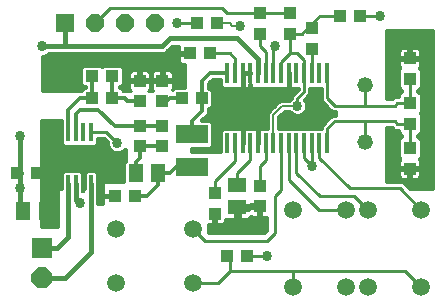
<source format=gtl>
G75*
G70*
%OFA0B0*%
%FSLAX24Y24*%
%IPPOS*%
%LPD*%
%AMOC8*
5,1,8,0,0,1.08239X$1,22.5*
%
%ADD10R,0.0165X0.0701*%
%ADD11R,0.0394X0.0433*%
%ADD12R,0.0433X0.0394*%
%ADD13R,0.0591X0.0512*%
%ADD14R,0.1063X0.0630*%
%ADD15C,0.0520*%
%ADD16R,0.0157X0.0630*%
%ADD17R,0.0744X0.0618*%
%ADD18R,0.0512X0.0591*%
%ADD19R,0.0594X0.0594*%
%ADD20OC8,0.0594*%
%ADD21C,0.0594*%
%ADD22R,0.0700X0.0700*%
%ADD23OC8,0.0700*%
%ADD24C,0.0160*%
%ADD25C,0.0340*%
%ADD26C,0.0100*%
%ADD27C,0.0591*%
%ADD28C,0.0240*%
%ADD29C,0.0080*%
%ADD30C,0.0120*%
D10*
X008213Y005500D03*
X008469Y005500D03*
X008725Y005500D03*
X008981Y005500D03*
X009237Y005500D03*
X009493Y005500D03*
X009749Y005500D03*
X010005Y005500D03*
X010260Y005500D03*
X010516Y005500D03*
X010772Y005500D03*
X011028Y005500D03*
X011284Y005500D03*
X011540Y005500D03*
X011540Y007839D03*
X011284Y007839D03*
X011028Y007839D03*
X010772Y007839D03*
X010516Y007839D03*
X010260Y007839D03*
X010005Y007839D03*
X009749Y007839D03*
X009493Y007839D03*
X009237Y007839D03*
X008981Y007839D03*
X008725Y007839D03*
X008469Y007839D03*
X008213Y007839D03*
D11*
X009290Y009165D03*
X009290Y009835D03*
X010290Y009835D03*
X010290Y009165D03*
X011040Y009335D03*
X011040Y008665D03*
X014290Y008335D03*
X014290Y007665D03*
X014290Y006835D03*
X014290Y006165D03*
X014290Y005335D03*
X014290Y004665D03*
X009290Y004085D03*
X009290Y003415D03*
X007790Y003165D03*
X007790Y003835D03*
X006040Y005415D03*
X006040Y006085D03*
X005290Y006085D03*
X005290Y005415D03*
X005290Y006915D03*
X005290Y007585D03*
X006040Y007585D03*
X006040Y006915D03*
D12*
X006705Y007000D03*
X007375Y007000D03*
X007625Y008500D03*
X006955Y008500D03*
X007205Y009500D03*
X007875Y009500D03*
X004375Y007750D03*
X003705Y007750D03*
X003705Y007000D03*
X004375Y007000D03*
X001875Y004500D03*
X001205Y004500D03*
X004455Y003750D03*
X005125Y003750D03*
X008205Y001750D03*
X008875Y001750D03*
X011955Y009750D03*
X012625Y009750D03*
D13*
X008540Y004124D03*
X008540Y003376D03*
D14*
X007040Y004699D03*
X007040Y005801D03*
D15*
X012790Y005550D03*
X012790Y007450D03*
D16*
X003674Y005866D03*
X003418Y005866D03*
X003162Y005866D03*
X002906Y005866D03*
X002906Y004134D03*
X003162Y004134D03*
X003418Y004134D03*
X003674Y004134D03*
D17*
X003290Y005000D03*
D18*
X005166Y004500D03*
X005914Y004500D03*
X002164Y003250D03*
X001416Y003250D03*
D19*
X002790Y009500D03*
D20*
X003790Y009500D03*
X004790Y009500D03*
X005790Y009500D03*
D21*
X010404Y003280D03*
X012176Y003280D03*
X012904Y003280D03*
X014676Y003280D03*
X014676Y000720D03*
X012904Y000720D03*
X012176Y000720D03*
X010404Y000720D03*
X007070Y000864D03*
X007070Y002636D03*
X004510Y002636D03*
X004510Y000864D03*
D22*
X002040Y002000D03*
D23*
X002040Y001000D03*
D24*
X002790Y001000D01*
X003674Y001884D01*
X003674Y004134D01*
X003913Y004185D02*
X003913Y004515D01*
X003819Y004609D01*
X003529Y004609D01*
X003435Y004515D01*
X003435Y004185D01*
X003434Y004182D01*
X003434Y004000D01*
X003402Y004000D01*
X003402Y004182D01*
X003401Y004185D01*
X003401Y004515D01*
X003307Y004609D01*
X002761Y004609D01*
X002667Y004515D01*
X002667Y004185D01*
X002666Y004182D01*
X002666Y004000D01*
X002540Y004000D01*
X002540Y002750D01*
X002040Y002750D01*
X002040Y006250D01*
X002670Y006250D01*
X002667Y006247D01*
X002667Y005485D01*
X002761Y005391D01*
X003819Y005391D01*
X003913Y005485D01*
X003913Y005656D01*
X004087Y005656D01*
X004210Y005533D01*
X004210Y005434D01*
X004260Y005313D01*
X004353Y005220D01*
X004474Y005170D01*
X004606Y005170D01*
X004727Y005220D01*
X004790Y005283D01*
X004790Y004901D01*
X004750Y004862D01*
X004750Y004250D01*
X004040Y004250D01*
X004040Y003500D01*
X003914Y003500D01*
X003914Y004182D01*
X003913Y004185D01*
X003913Y004213D02*
X004040Y004213D01*
X004040Y004054D02*
X003914Y004054D01*
X003914Y003896D02*
X004040Y003896D01*
X004040Y003750D02*
X004040Y004500D01*
X003898Y004530D02*
X004750Y004530D01*
X004750Y004688D02*
X002040Y004688D01*
X002040Y004530D02*
X002682Y004530D01*
X002667Y004371D02*
X002040Y004371D01*
X002040Y004213D02*
X002667Y004213D01*
X002666Y004054D02*
X002040Y004054D01*
X002040Y003896D02*
X002540Y003896D01*
X002540Y003737D02*
X002040Y003737D01*
X002040Y003579D02*
X002540Y003579D01*
X002540Y003420D02*
X002040Y003420D01*
X002040Y003262D02*
X002540Y003262D01*
X002540Y003103D02*
X002040Y003103D01*
X002040Y002945D02*
X002540Y002945D01*
X002540Y002786D02*
X002040Y002786D01*
X001290Y003250D02*
X001290Y004000D01*
X001290Y004500D01*
X001290Y005750D01*
X002040Y005798D02*
X002667Y005798D01*
X002667Y005956D02*
X002040Y005956D01*
X002040Y006115D02*
X002667Y006115D01*
X002667Y005639D02*
X002040Y005639D01*
X002040Y005481D02*
X002672Y005481D01*
X002040Y005322D02*
X004257Y005322D01*
X004210Y005481D02*
X003908Y005481D01*
X003913Y005639D02*
X004104Y005639D01*
X004790Y005164D02*
X002040Y005164D01*
X002040Y005005D02*
X004790Y005005D01*
X004750Y004847D02*
X002040Y004847D01*
X002906Y004134D02*
X002906Y002366D01*
X002540Y002000D01*
X002040Y002000D01*
X003290Y003500D02*
X003162Y003628D01*
X003162Y004134D01*
X003401Y004213D02*
X003435Y004213D01*
X003435Y004371D02*
X003401Y004371D01*
X003386Y004530D02*
X003450Y004530D01*
X003434Y004054D02*
X003402Y004054D01*
X003913Y004371D02*
X004750Y004371D01*
X004540Y004250D02*
X004540Y004500D01*
X004455Y003750D02*
X004040Y003750D01*
X004040Y003737D02*
X003914Y003737D01*
X003914Y003579D02*
X004040Y003579D01*
X007040Y005250D02*
X007040Y005326D01*
X007638Y005326D01*
X007731Y005420D01*
X007731Y006182D01*
X007638Y006276D01*
X007377Y006276D01*
X007466Y006365D01*
X007595Y006494D01*
X007595Y006643D01*
X007657Y006643D01*
X007751Y006737D01*
X007751Y007263D01*
X007657Y007357D01*
X007595Y007357D01*
X007595Y007494D01*
X007720Y007619D01*
X007971Y007619D01*
X007971Y007422D01*
X008064Y007328D01*
X008559Y007328D01*
X008573Y007320D01*
X008619Y007308D01*
X008725Y007308D01*
X008725Y007439D01*
X008725Y007308D01*
X008831Y007308D01*
X008853Y007314D01*
X008875Y007308D01*
X008981Y007308D01*
X009087Y007308D01*
X009133Y007320D01*
X009146Y007328D01*
X010095Y007328D01*
X010108Y007320D01*
X010154Y007308D01*
X010260Y007308D01*
X010260Y007839D01*
X010260Y007839D01*
X010260Y007308D01*
X010367Y007308D01*
X010413Y007320D01*
X010426Y007328D01*
X010562Y007328D01*
X010562Y007319D01*
X010453Y007210D01*
X010330Y007087D01*
X010330Y007007D01*
X010273Y006950D01*
X009957Y006950D01*
X009840Y006833D01*
X009549Y006542D01*
X009549Y006376D01*
X009549Y006010D01*
X009402Y006010D01*
X009389Y006018D01*
X009343Y006030D01*
X009237Y006030D01*
X009237Y005500D01*
X009237Y005500D01*
X009237Y006030D01*
X009130Y006030D01*
X009085Y006018D01*
X009071Y006010D01*
X008891Y006010D01*
X008877Y006018D01*
X008831Y006030D01*
X008725Y006030D01*
X008619Y006030D01*
X008573Y006018D01*
X008559Y006010D01*
X008064Y006010D01*
X007971Y005917D01*
X007971Y005250D01*
X007040Y005250D01*
X007040Y005322D02*
X007971Y005322D01*
X007971Y005481D02*
X007731Y005481D01*
X007731Y005639D02*
X007971Y005639D01*
X007971Y005798D02*
X007731Y005798D01*
X007731Y005956D02*
X008010Y005956D01*
X007731Y006115D02*
X009549Y006115D01*
X009549Y006273D02*
X007641Y006273D01*
X007533Y006432D02*
X009549Y006432D01*
X009597Y006590D02*
X007595Y006590D01*
X007751Y006749D02*
X009756Y006749D01*
X009914Y006907D02*
X007751Y006907D01*
X007751Y007066D02*
X010330Y007066D01*
X010467Y007224D02*
X007751Y007224D01*
X007595Y007383D02*
X008010Y007383D01*
X007971Y007541D02*
X007642Y007541D01*
X008540Y007000D02*
X008725Y007000D01*
X008725Y007839D01*
X008981Y007839D01*
X008981Y007839D01*
X008725Y007839D01*
X008725Y007839D01*
X008725Y007439D02*
X008725Y007439D01*
X008725Y007383D02*
X008725Y007383D01*
X008981Y007383D02*
X008981Y007383D01*
X008981Y007439D02*
X008981Y007439D01*
X008981Y007308D01*
X008981Y007439D01*
X009237Y007839D02*
X009237Y008303D01*
X008540Y009000D01*
X006290Y009000D01*
X006040Y008750D01*
X002790Y008750D01*
X002790Y009500D01*
X002790Y008750D02*
X002040Y008750D01*
X007772Y003147D02*
X007772Y002769D01*
X007596Y002769D01*
X007606Y002743D01*
X007606Y002540D01*
X009420Y002540D01*
X009500Y002620D01*
X009500Y003019D01*
X009308Y003019D01*
X009308Y003397D01*
X009272Y003397D01*
X009272Y003019D01*
X009069Y003019D01*
X009024Y003031D01*
X009000Y003045D01*
X008979Y003010D01*
X008946Y002976D01*
X008905Y002952D01*
X008859Y002940D01*
X008588Y002940D01*
X008588Y003328D01*
X008913Y003328D01*
X008913Y003397D01*
X009272Y003397D01*
X009272Y003434D01*
X009015Y003434D01*
X009015Y003424D01*
X008588Y003424D01*
X008588Y003328D01*
X008492Y003328D01*
X008492Y002940D01*
X008221Y002940D01*
X008175Y002952D01*
X008167Y002957D01*
X008167Y002925D01*
X008155Y002879D01*
X008131Y002838D01*
X008097Y002805D01*
X008056Y002781D01*
X008011Y002769D01*
X007808Y002769D01*
X007808Y003147D01*
X007772Y003147D01*
X007772Y003103D02*
X007808Y003103D01*
X007808Y002945D02*
X007772Y002945D01*
X007772Y002786D02*
X007808Y002786D01*
X007606Y002628D02*
X009500Y002628D01*
X009500Y002786D02*
X008065Y002786D01*
X008167Y002945D02*
X008205Y002945D01*
X008492Y002945D02*
X008588Y002945D01*
X008588Y003103D02*
X008492Y003103D01*
X008492Y003262D02*
X008588Y003262D01*
X008588Y003420D02*
X009272Y003420D01*
X009272Y003262D02*
X009308Y003262D01*
X009308Y003103D02*
X009272Y003103D01*
X009500Y002945D02*
X008875Y002945D01*
X008725Y005500D02*
X008725Y005500D01*
X008725Y006030D01*
X008725Y005500D01*
X008725Y005639D02*
X008725Y005639D01*
X008725Y005798D02*
X008725Y005798D01*
X008725Y005956D02*
X008725Y005956D01*
X009237Y005956D02*
X009237Y005956D01*
X009237Y005798D02*
X009237Y005798D01*
X009237Y005639D02*
X009237Y005639D01*
X009949Y006010D02*
X009949Y006376D01*
X010123Y006550D01*
X010273Y006550D01*
X010353Y006470D01*
X010474Y006420D01*
X010606Y006420D01*
X010727Y006470D01*
X010820Y006563D01*
X010870Y006684D01*
X010870Y006816D01*
X010820Y006937D01*
X010797Y006960D01*
X010982Y007145D01*
X010982Y007328D01*
X011330Y007328D01*
X011330Y006913D01*
X011580Y006663D01*
X011703Y006540D01*
X011790Y006540D01*
X011790Y006460D01*
X011703Y006460D01*
X011580Y006337D01*
X011330Y006087D01*
X011330Y006010D01*
X009949Y006010D01*
X009949Y006115D02*
X011358Y006115D01*
X011516Y006273D02*
X009949Y006273D01*
X010004Y006432D02*
X010447Y006432D01*
X010633Y006432D02*
X011675Y006432D01*
X011653Y006590D02*
X010831Y006590D01*
X010870Y006749D02*
X011495Y006749D01*
X011336Y006907D02*
X010832Y006907D01*
X010902Y007066D02*
X011330Y007066D01*
X011330Y007224D02*
X010982Y007224D01*
X010260Y007383D02*
X010260Y007383D01*
X010260Y007541D02*
X010260Y007541D01*
X010260Y007700D02*
X010260Y007700D01*
X013540Y007700D02*
X013893Y007700D01*
X013893Y007858D02*
X013540Y007858D01*
X013540Y008017D02*
X013944Y008017D01*
X013944Y008016D02*
X013893Y007965D01*
X013893Y007366D01*
X014009Y007250D01*
X013893Y007134D01*
X013893Y007085D01*
X013825Y007085D01*
X013733Y007047D01*
X013686Y007000D01*
X013540Y007000D01*
X013540Y009250D01*
X015050Y009250D01*
X015050Y004000D01*
X014309Y004000D01*
X014167Y004142D01*
X014097Y004212D01*
X014005Y004250D01*
X013540Y004250D01*
X013540Y006000D01*
X013686Y006000D01*
X013733Y005953D01*
X013825Y005915D01*
X013893Y005915D01*
X013893Y005866D01*
X014009Y005750D01*
X013893Y005634D01*
X013893Y005035D01*
X013944Y004984D01*
X013925Y004951D01*
X013913Y004906D01*
X013913Y004684D01*
X014272Y004684D01*
X014272Y004647D01*
X014308Y004647D01*
X014308Y004269D01*
X014511Y004269D01*
X014556Y004281D01*
X014597Y004305D01*
X014631Y004338D01*
X014655Y004379D01*
X014667Y004425D01*
X014667Y004647D01*
X014308Y004647D01*
X014308Y004684D01*
X014667Y004684D01*
X014667Y004906D01*
X014655Y004951D01*
X014636Y004984D01*
X014687Y005035D01*
X014687Y005634D01*
X014571Y005750D01*
X014687Y005866D01*
X014687Y006465D01*
X014652Y006500D01*
X014687Y006535D01*
X014687Y007134D01*
X014571Y007250D01*
X014687Y007366D01*
X014687Y007965D01*
X014636Y008016D01*
X014655Y008049D01*
X014667Y008094D01*
X014667Y008316D01*
X014308Y008316D01*
X014308Y008353D01*
X014272Y008353D01*
X014272Y008731D01*
X014069Y008731D01*
X014024Y008719D01*
X013983Y008695D01*
X013949Y008662D01*
X013925Y008621D01*
X013913Y008575D01*
X013913Y008353D01*
X014272Y008353D01*
X014272Y008316D01*
X013913Y008316D01*
X013913Y008094D01*
X013925Y008049D01*
X013944Y008016D01*
X013913Y008175D02*
X013540Y008175D01*
X013540Y008334D02*
X014272Y008334D01*
X014308Y008334D02*
X015050Y008334D01*
X015050Y008492D02*
X014667Y008492D01*
X014667Y008575D02*
X014667Y008353D01*
X014308Y008353D01*
X014308Y008731D01*
X014511Y008731D01*
X014556Y008719D01*
X014597Y008695D01*
X014631Y008662D01*
X014655Y008621D01*
X014667Y008575D01*
X014637Y008651D02*
X015050Y008651D01*
X015050Y008809D02*
X013540Y008809D01*
X013540Y008651D02*
X013943Y008651D01*
X013913Y008492D02*
X013540Y008492D01*
X013540Y008968D02*
X015050Y008968D01*
X015050Y009126D02*
X013540Y009126D01*
X014272Y008651D02*
X014308Y008651D01*
X014308Y008492D02*
X014272Y008492D01*
X014667Y008175D02*
X015050Y008175D01*
X015050Y008017D02*
X014636Y008017D01*
X014687Y007858D02*
X015050Y007858D01*
X015050Y007700D02*
X014687Y007700D01*
X014687Y007541D02*
X015050Y007541D01*
X015050Y007383D02*
X014687Y007383D01*
X014597Y007224D02*
X015050Y007224D01*
X015050Y007066D02*
X014687Y007066D01*
X014687Y006907D02*
X015050Y006907D01*
X015050Y006749D02*
X014687Y006749D01*
X014687Y006590D02*
X015050Y006590D01*
X015050Y006432D02*
X014687Y006432D01*
X014687Y006273D02*
X015050Y006273D01*
X015050Y006115D02*
X014687Y006115D01*
X014687Y005956D02*
X015050Y005956D01*
X015050Y005798D02*
X014618Y005798D01*
X014682Y005639D02*
X015050Y005639D01*
X015050Y005481D02*
X014687Y005481D01*
X014687Y005322D02*
X015050Y005322D01*
X015050Y005164D02*
X014687Y005164D01*
X014657Y005005D02*
X015050Y005005D01*
X015050Y004847D02*
X014667Y004847D01*
X014667Y004688D02*
X015050Y004688D01*
X015050Y004530D02*
X014667Y004530D01*
X014650Y004371D02*
X015050Y004371D01*
X015050Y004213D02*
X014096Y004213D01*
X014069Y004269D02*
X014272Y004269D01*
X014272Y004647D01*
X013913Y004647D01*
X013913Y004425D01*
X013925Y004379D01*
X013949Y004338D01*
X013983Y004305D01*
X014024Y004281D01*
X014069Y004269D01*
X014167Y004142D02*
X014167Y004142D01*
X014255Y004054D02*
X015050Y004054D01*
X014308Y004371D02*
X014272Y004371D01*
X014272Y004530D02*
X014308Y004530D01*
X013913Y004530D02*
X013540Y004530D01*
X013540Y004688D02*
X013913Y004688D01*
X013913Y004847D02*
X013540Y004847D01*
X013540Y005005D02*
X013923Y005005D01*
X013893Y005164D02*
X013540Y005164D01*
X013540Y005322D02*
X013893Y005322D01*
X013893Y005481D02*
X013540Y005481D01*
X013540Y005639D02*
X013898Y005639D01*
X013962Y005798D02*
X013540Y005798D01*
X013540Y005956D02*
X013730Y005956D01*
X013779Y007066D02*
X013540Y007066D01*
X013540Y007224D02*
X013983Y007224D01*
X013893Y007383D02*
X013540Y007383D01*
X013540Y007541D02*
X013893Y007541D01*
X013930Y004371D02*
X013540Y004371D01*
D25*
X013790Y004500D03*
X014790Y004500D03*
X014790Y005750D03*
X014790Y007250D03*
X014790Y008750D03*
X013790Y008750D03*
X013290Y009750D03*
X011040Y007000D03*
X010540Y006750D03*
X010290Y006250D03*
X009290Y006250D03*
X009290Y007000D03*
X008540Y007000D03*
X008540Y006250D03*
X009790Y008750D03*
X008625Y009415D03*
X006540Y009500D03*
X006290Y008500D03*
X004790Y008250D03*
X003540Y008250D03*
X002540Y007500D03*
X002040Y008750D03*
X001290Y005750D03*
X002540Y005500D03*
X002540Y005000D03*
X002540Y004500D03*
X003290Y003500D03*
X004040Y004500D03*
X004040Y005000D03*
X004040Y005500D03*
X004540Y005500D03*
X001290Y004000D03*
X008290Y002750D03*
X008790Y002750D03*
X009290Y002750D03*
X009540Y001750D03*
X011040Y004750D03*
X011540Y006500D03*
D26*
X011790Y006750D02*
X011540Y007000D01*
X011540Y007839D01*
X011028Y007839D02*
X011028Y008665D01*
X011040Y008665D01*
X010772Y008268D02*
X010540Y008500D01*
X010290Y008500D01*
X010290Y009165D01*
X010705Y009165D01*
X010875Y009335D01*
X011040Y009335D01*
X011040Y009500D01*
X011290Y009750D01*
X011955Y009750D01*
X012625Y009750D02*
X013290Y009750D01*
X014290Y007665D02*
X014290Y006835D01*
X013875Y006835D01*
X013790Y006750D01*
X012790Y006750D01*
X012790Y007450D01*
X012790Y006750D02*
X011790Y006750D01*
X011790Y006250D02*
X012790Y006250D01*
X013790Y006250D01*
X013875Y006165D01*
X014290Y006165D01*
X014290Y005335D01*
X013955Y004000D02*
X012290Y004000D01*
X011284Y005006D01*
X011284Y005500D01*
X011028Y005500D02*
X011028Y004762D01*
X011040Y004750D01*
X011028Y004762D02*
X010772Y005018D01*
X010772Y005500D01*
X010516Y005500D02*
X010516Y004524D01*
X011290Y003750D01*
X012434Y003750D01*
X012904Y003280D01*
X012176Y003280D02*
X011260Y003280D01*
X010260Y004280D01*
X010260Y005500D01*
X010005Y005500D02*
X010005Y003965D01*
X009790Y003750D01*
X009790Y002500D01*
X009540Y002250D01*
X007455Y002250D01*
X007070Y002636D01*
X008205Y001750D02*
X008290Y001750D01*
X008290Y001250D01*
X007904Y000864D01*
X007070Y000864D01*
X008290Y001250D02*
X010404Y001250D01*
X010404Y000720D01*
X010404Y001250D02*
X014146Y001250D01*
X014676Y000720D01*
X014676Y003280D02*
X013955Y004000D01*
X012790Y005550D02*
X012790Y006250D01*
X011790Y006250D02*
X011540Y006000D01*
X011540Y005500D01*
X010540Y006750D02*
X010540Y007000D01*
X010772Y007232D01*
X010772Y007839D01*
X010772Y008268D01*
X010290Y008500D02*
X010005Y008215D01*
X010005Y007839D01*
X009749Y007839D02*
X009749Y008709D01*
X009790Y008750D01*
X009493Y008547D02*
X009290Y008750D01*
X009290Y009165D01*
X009493Y008547D02*
X009493Y007839D01*
X008469Y007839D02*
X008469Y008321D01*
X008290Y008500D01*
X007625Y008500D01*
X006790Y008524D02*
X006139Y008524D01*
X006135Y008520D02*
X006365Y008750D01*
X006598Y008750D01*
X006589Y008717D01*
X006589Y008548D01*
X006790Y008548D01*
X006790Y008452D01*
X006589Y008452D01*
X006589Y008283D01*
X006599Y008245D01*
X006619Y008211D01*
X006647Y008183D01*
X006681Y008163D01*
X006719Y008153D01*
X006790Y008153D01*
X006790Y007347D01*
X006427Y007347D01*
X006358Y007278D01*
X006377Y007310D01*
X006387Y007348D01*
X006387Y007536D01*
X006088Y007536D01*
X006088Y007633D01*
X005992Y007633D01*
X005992Y007951D01*
X005823Y007951D01*
X005785Y007941D01*
X005751Y007921D01*
X005723Y007893D01*
X005703Y007859D01*
X005693Y007821D01*
X005693Y007633D01*
X005992Y007633D01*
X005992Y007536D01*
X005693Y007536D01*
X005693Y007348D01*
X005703Y007310D01*
X005723Y007276D01*
X005749Y007250D01*
X005581Y007250D01*
X005607Y007276D01*
X005627Y007310D01*
X005637Y007348D01*
X005637Y007536D01*
X005338Y007536D01*
X005338Y007633D01*
X005242Y007633D01*
X005242Y007951D01*
X005073Y007951D01*
X005035Y007941D01*
X005001Y007921D01*
X004973Y007893D01*
X004953Y007859D01*
X004943Y007821D01*
X004943Y007633D01*
X005242Y007633D01*
X005242Y007536D01*
X004943Y007536D01*
X004943Y007348D01*
X004953Y007310D01*
X004973Y007276D01*
X004999Y007250D01*
X004741Y007250D01*
X004741Y007259D01*
X004653Y007347D01*
X004585Y007347D01*
X004585Y007403D01*
X004653Y007403D01*
X004741Y007491D01*
X004741Y008009D01*
X004653Y008097D01*
X004096Y008097D01*
X004040Y008041D01*
X003984Y008097D01*
X003427Y008097D01*
X003339Y008009D01*
X003339Y007491D01*
X003427Y007403D01*
X003495Y007403D01*
X003495Y007347D01*
X003427Y007347D01*
X003339Y007259D01*
X003339Y007250D01*
X002040Y007250D01*
X002040Y008430D01*
X002104Y008430D01*
X002221Y008479D01*
X002243Y008500D01*
X006040Y008500D01*
X006060Y008520D01*
X006135Y008520D01*
X006238Y008623D02*
X006589Y008623D01*
X006590Y008721D02*
X006336Y008721D01*
X006589Y008426D02*
X002040Y008426D01*
X002040Y008327D02*
X006589Y008327D01*
X006609Y008229D02*
X002040Y008229D01*
X002040Y008130D02*
X006790Y008130D01*
X006790Y008032D02*
X004719Y008032D01*
X004741Y007933D02*
X005022Y007933D01*
X004947Y007835D02*
X004741Y007835D01*
X004741Y007736D02*
X004943Y007736D01*
X004943Y007638D02*
X004741Y007638D01*
X004741Y007539D02*
X005242Y007539D01*
X005338Y007539D02*
X005992Y007539D01*
X006088Y007539D02*
X006790Y007539D01*
X006790Y007441D02*
X006387Y007441D01*
X006385Y007342D02*
X006422Y007342D01*
X006387Y007633D02*
X006088Y007633D01*
X006088Y007951D01*
X006257Y007951D01*
X006295Y007941D01*
X006329Y007921D01*
X006357Y007893D01*
X006377Y007859D01*
X006387Y007821D01*
X006387Y007633D01*
X006387Y007638D02*
X006790Y007638D01*
X006790Y007736D02*
X006387Y007736D01*
X006383Y007835D02*
X006790Y007835D01*
X006790Y007933D02*
X006308Y007933D01*
X006088Y007933D02*
X005992Y007933D01*
X005992Y007835D02*
X006088Y007835D01*
X006088Y007736D02*
X005992Y007736D01*
X005992Y007638D02*
X006088Y007638D01*
X005693Y007638D02*
X005637Y007638D01*
X005637Y007633D02*
X005637Y007821D01*
X005627Y007859D01*
X005607Y007893D01*
X005579Y007921D01*
X005545Y007941D01*
X005507Y007951D01*
X005338Y007951D01*
X005338Y007633D01*
X005637Y007633D01*
X005637Y007736D02*
X005693Y007736D01*
X005697Y007835D02*
X005633Y007835D01*
X005558Y007933D02*
X005772Y007933D01*
X005338Y007933D02*
X005242Y007933D01*
X005242Y007835D02*
X005338Y007835D01*
X005338Y007736D02*
X005242Y007736D01*
X005242Y007638D02*
X005338Y007638D01*
X005637Y007441D02*
X005693Y007441D01*
X005695Y007342D02*
X005635Y007342D01*
X004945Y007342D02*
X004658Y007342D01*
X004691Y007441D02*
X004943Y007441D01*
X003422Y007342D02*
X002040Y007342D01*
X002040Y007441D02*
X003389Y007441D01*
X003339Y007539D02*
X002040Y007539D01*
X002040Y007638D02*
X003339Y007638D01*
X003339Y007736D02*
X002040Y007736D01*
X002040Y007835D02*
X003339Y007835D01*
X003339Y007933D02*
X002040Y007933D01*
X002040Y008032D02*
X003361Y008032D01*
X003790Y009500D02*
X004290Y010000D01*
X008040Y010000D01*
X008205Y009835D01*
X009290Y009835D01*
X010290Y009835D01*
X007205Y009500D02*
X006540Y009500D01*
X004174Y005866D02*
X003674Y005866D01*
X004174Y005866D02*
X004540Y005500D01*
X005125Y004500D02*
X005166Y004500D01*
X007790Y004250D02*
X007790Y003835D01*
X007790Y004250D02*
X008469Y004929D01*
X008469Y005500D01*
X008981Y005500D02*
X008981Y004941D01*
X008540Y004500D01*
X008540Y004124D01*
X009290Y004085D02*
X009290Y004750D01*
X009493Y004953D01*
X009493Y005500D01*
X009540Y001750D02*
X008875Y001750D01*
D27*
X003290Y005000D03*
D28*
X001290Y004500D02*
X001205Y004500D01*
X001290Y003250D02*
X001416Y003250D01*
D29*
X007875Y009500D02*
X008290Y009500D01*
X008375Y009415D01*
X008625Y009415D01*
X010040Y006750D02*
X010540Y006750D01*
X010040Y006750D02*
X009749Y006459D01*
X009749Y005500D01*
D30*
X007375Y006585D02*
X007375Y007000D01*
X007375Y007585D01*
X007629Y007839D01*
X008213Y007839D01*
X007375Y006585D02*
X007040Y006250D01*
X007040Y005801D01*
X006040Y006085D02*
X005290Y006085D01*
X004455Y006085D01*
X003915Y006625D01*
X003290Y006625D01*
X003162Y006497D01*
X003162Y005866D01*
X002906Y005866D02*
X002906Y006616D01*
X003290Y007000D01*
X003705Y007000D01*
X003705Y007750D01*
X004375Y007750D02*
X004375Y007000D01*
X004790Y007000D01*
X004875Y006915D01*
X005290Y006915D01*
X006040Y006915D02*
X006205Y006915D01*
X006290Y007000D01*
X006705Y007000D01*
X006040Y005415D02*
X005290Y005415D01*
X005290Y005000D01*
X005166Y004876D01*
X005166Y004500D01*
X005914Y004500D02*
X005914Y004124D01*
X005540Y003750D01*
X005125Y003750D01*
X005914Y004500D02*
X006290Y004500D01*
X006489Y004699D01*
X007040Y004699D01*
M02*

</source>
